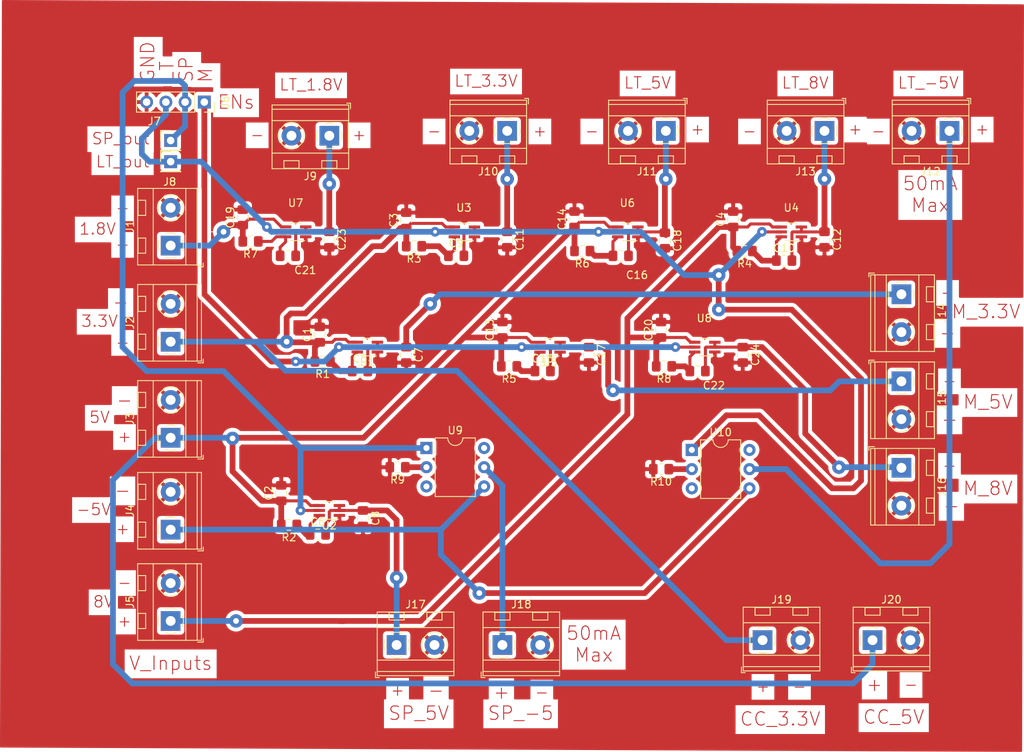
<source format=kicad_pcb>
(kicad_pcb (version 20171130) (host pcbnew "(5.0.2)-1")
  (layers (0 F.Cu signal) (31 B.Cu signal) (34 B.Paste user) (35 F.Paste user) (36 B.SilkS user hide) (37 F.SilkS user) (38 B.Mask user) (39 F.Mask user hide) (44 Edge.Cuts user))
  (net 0 "")
  (net 1 GND)
  (net 2 +3V3)
  (net 3 +5V)
  (net 4 +8V)
  (net 5 /MECH_3.3V)
  (net 6 "Net-(C5-Pad1)")
  (net 7 /SP_+5V)
  (net 8 "Net-(C6-Pad1)")
  (net 9 /LT_3.3V)
  (net 10 "Net-(C9-Pad1)")
  (net 11 "Net-(C10-Pad1)")
  (net 12 /LT_8V)
  (net 13 "Net-(C15-Pad1)")
  (net 14 /MECH_+5V)
  (net 15 /LT_+5V)
  (net 16 "Net-(C16-Pad1)")
  (net 17 +1V8)
  (net 18 "Net-(C21-Pad1)")
  (net 19 /LT_1.8V)
  (net 20 /MECH_8V)
  (net 21 "Net-(C22-Pad1)")
  (net 22 -5V)
  (net 23 /MECH_ENABLE)
  (net 24 /SP_ENABLE)
  (net 25 /LT_ENABLE)
  (net 26 "Net-(U1-Pad6)")
  (net 27 "Net-(U2-Pad6)")
  (net 28 "Net-(U3-Pad6)")
  (net 29 "Net-(U4-Pad6)")
  (net 30 "Net-(U5-Pad6)")
  (net 31 "Net-(U6-Pad6)")
  (net 32 "Net-(U7-Pad6)")
  (net 33 "Net-(U8-Pad6)")
  (net 34 /LT_-5V)
  (net 35 /SP_-5V)
  (net 36 "Net-(R9-Pad1)")
  (net 37 "Net-(R10-Pad1)")
  (net 38 "Net-(U9-Pad6)")
  (net 39 "Net-(U9-Pad3)")
  (net 40 "Net-(U10-Pad3)")
  (net 41 "Net-(U10-Pad6)")
  (module TerminalBlock_MetzConnect:TerminalBlock_MetzConnect_Type094_RT03502HBLU_1x02_P5.00mm_Horizontal (layer F.Cu) (at 191.77 128.27)
    (fp_text reference J20 (at 2.5 -5.36) (layer F.SilkS))
    (fp_text value Output)
    (pad 2 thru_hole circle (at 5 0) (size 2.6 2.6) (drill 1.3) (layers *.Cu *.Mask) (net 1 GND))
    (pad 1 thru_hole rect (at 0 0) (size 2.6 2.6) (drill 1.3) (layers *.Cu *.Mask) (net 3 +5V))
  )
  (module Package_TO_SOT_SMD:SOT-363_SC-70-6_Handsoldering (layer F.Cu) (at 169.605 89.535 180)
    (fp_text reference U8 (at 0.06 3.81 180) (layer F.SilkS))
    (fp_text value NTJD1155L)
    (pad 6 smd rect (at 1.33 -0.65 180) (size 1.5 0.4) (layers F.Cu F.Paste F.Mask) (net 33 "Net-(U8-Pad6)"))
    (pad 5 smd rect (at 1.33 0 180) (size 1.5 0.4) (layers F.Cu F.Paste F.Mask) (net 23 /MECH_ENABLE))
    (pad 4 smd rect (at 1.33 0.65 180) (size 1.5 0.4) (layers F.Cu F.Paste F.Mask) (net 4 +8V))
    (pad 3 smd rect (at -1.33 0.65 180) (size 1.5 0.4) (layers F.Cu F.Paste F.Mask) (net 20 /MECH_8V))
    (pad 2 smd rect (at -1.33 0 180) (size 1.5 0.4) (layers F.Cu F.Paste F.Mask) (net 20 /MECH_8V))
    (pad 1 smd rect (at -1.33 -0.65 180) (size 1.5 0.4) (layers F.Cu F.Paste F.Mask) (net 1 GND))
  )
  (module Capacitor_SMD:C_0805_2012Metric_Pad1.15x1.40mm_HandSolder (layer F.Cu) (at 118.745 87.875 90)
    (fp_text reference C1 (at 0 -1.65 90) (layer F.SilkS))
    (fp_text value 100n)
    (pad 2 smd roundrect (at 1.025 0 90) (size 1.15 1.4) (layers F.Cu F.Paste F.Mask) (roundrect_rratio 0.217391) (net 1 GND))
    (pad 1 smd roundrect (at -1.025 0 90) (size 1.15 1.4) (layers F.Cu F.Paste F.Mask) (roundrect_rratio 0.217391) (net 2 +3V3))
  )
  (module Capacitor_SMD:C_0805_2012Metric_Pad1.15x1.40mm_HandSolder (layer F.Cu) (at 113.665 108.83 90)
    (fp_text reference C2 (at 0 -1.65 90) (layer F.SilkS))
    (fp_text value 100n)
    (pad 2 smd roundrect (at 1.025 0 90) (size 1.15 1.4) (layers F.Cu F.Paste F.Mask) (roundrect_rratio 0.217391) (net 1 GND))
    (pad 1 smd roundrect (at -1.025 0 90) (size 1.15 1.4) (layers F.Cu F.Paste F.Mask) (roundrect_rratio 0.217391) (net 3 +5V))
  )
  (module Capacitor_SMD:C_0805_2012Metric_Pad1.15x1.40mm_HandSolder (layer F.Cu) (at 130.175 72.78 90)
    (fp_text reference C3 (at 0 -1.65 90) (layer F.SilkS))
    (fp_text value 100n)
    (pad 1 smd roundrect (at -1.025 0 90) (size 1.15 1.4) (layers F.Cu F.Paste F.Mask) (roundrect_rratio 0.217391) (net 2 +3V3))
    (pad 2 smd roundrect (at 1.025 0 90) (size 1.15 1.4) (layers F.Cu F.Paste F.Mask) (roundrect_rratio 0.217391) (net 1 GND))
  )
  (module Capacitor_SMD:C_0805_2012Metric_Pad1.15x1.40mm_HandSolder (layer F.Cu) (at 173.355 72.635 90)
    (fp_text reference C4 (at 0 -1.65 90) (layer F.SilkS))
    (fp_text value 100n)
    (pad 1 smd roundrect (at -1.025 0 90) (size 1.15 1.4) (layers F.Cu F.Paste F.Mask) (roundrect_rratio 0.217391) (net 4 +8V))
    (pad 2 smd roundrect (at 1.025 0 90) (size 1.15 1.4) (layers F.Cu F.Paste F.Mask) (roundrect_rratio 0.217391) (net 1 GND))
  )
  (module Capacitor_SMD:C_0805_2012Metric_Pad1.15x1.40mm_HandSolder (layer F.Cu) (at 124.07 92.71)
    (fp_text reference C5 (at 0 -1.65) (layer F.SilkS))
    (fp_text value 1n)
    (pad 2 smd roundrect (at 1.025 0) (size 1.15 1.4) (layers F.Cu F.Paste F.Mask) (roundrect_rratio 0.217391) (net 5 /MECH_3.3V))
    (pad 1 smd roundrect (at -1.025 0) (size 1.15 1.4) (layers F.Cu F.Paste F.Mask) (roundrect_rratio 0.217391) (net 6 "Net-(C5-Pad1)"))
  )
  (module Capacitor_SMD:C_0805_2012Metric_Pad1.15x1.40mm_HandSolder (layer F.Cu) (at 118.5 114.3)
    (fp_text reference C6 (at 0 -1.65) (layer F.SilkS))
    (fp_text value 1n)
    (pad 2 smd roundrect (at 1.025 0) (size 1.15 1.4) (layers F.Cu F.Paste F.Mask) (roundrect_rratio 0.217391) (net 7 /SP_+5V))
    (pad 1 smd roundrect (at -1.025 0) (size 1.15 1.4) (layers F.Cu F.Paste F.Mask) (roundrect_rratio 0.217391) (net 8 "Net-(C6-Pad1)"))
  )
  (module Capacitor_SMD:C_0805_2012Metric_Pad1.15x1.40mm_HandSolder (layer F.Cu) (at 130.175 90.56 270)
    (fp_text reference C7 (at 0 -1.65 270) (layer F.SilkS))
    (fp_text value 100n)
    (pad 1 smd roundrect (at -1.025 0 270) (size 1.15 1.4) (layers F.Cu F.Paste F.Mask) (roundrect_rratio 0.217391) (net 5 /MECH_3.3V))
    (pad 2 smd roundrect (at 1.025 0 270) (size 1.15 1.4) (layers F.Cu F.Paste F.Mask) (roundrect_rratio 0.217391) (net 1 GND))
  )
  (module Capacitor_SMD:C_0805_2012Metric_Pad1.15x1.40mm_HandSolder (layer F.Cu) (at 124.46 112.15 270)
    (fp_text reference C8 (at 0 -1.65 270) (layer F.SilkS))
    (fp_text value 100n)
    (pad 1 smd roundrect (at -1.025 0 270) (size 1.15 1.4) (layers F.Cu F.Paste F.Mask) (roundrect_rratio 0.217391) (net 7 /SP_+5V))
    (pad 2 smd roundrect (at 1.025 0 270) (size 1.15 1.4) (layers F.Cu F.Paste F.Mask) (roundrect_rratio 0.217391) (net 1 GND))
  )
  (module Capacitor_SMD:C_0805_2012Metric_Pad1.15x1.40mm_HandSolder (layer F.Cu) (at 136.77 77.47)
    (fp_text reference C9 (at 0 -1.65) (layer F.SilkS))
    (fp_text value 1n)
    (pad 2 smd roundrect (at 1.025 0) (size 1.15 1.4) (layers F.Cu F.Paste F.Mask) (roundrect_rratio 0.217391) (net 9 /LT_3.3V))
    (pad 1 smd roundrect (at -1.025 0) (size 1.15 1.4) (layers F.Cu F.Paste F.Mask) (roundrect_rratio 0.217391) (net 10 "Net-(C9-Pad1)"))
  )
  (module Capacitor_SMD:C_0805_2012Metric_Pad1.15x1.40mm_HandSolder (layer F.Cu) (at 180.095 78.105)
    (fp_text reference C10 (at 0 -1.65) (layer F.SilkS))
    (fp_text value 1n)
    (pad 1 smd roundrect (at -1.025 0) (size 1.15 1.4) (layers F.Cu F.Paste F.Mask) (roundrect_rratio 0.217391) (net 11 "Net-(C10-Pad1)"))
    (pad 2 smd roundrect (at 1.025 0) (size 1.15 1.4) (layers F.Cu F.Paste F.Mask) (roundrect_rratio 0.217391) (net 12 /LT_8V))
  )
  (module Capacitor_SMD:C_0805_2012Metric_Pad1.15x1.40mm_HandSolder (layer F.Cu) (at 143.51 75.32 270)
    (fp_text reference C11 (at 0 -1.65 270) (layer F.SilkS))
    (fp_text value 100n)
    (pad 1 smd roundrect (at -1.025 0 270) (size 1.15 1.4) (layers F.Cu F.Paste F.Mask) (roundrect_rratio 0.217391) (net 9 /LT_3.3V))
    (pad 2 smd roundrect (at 1.025 0 270) (size 1.15 1.4) (layers F.Cu F.Paste F.Mask) (roundrect_rratio 0.217391) (net 1 GND))
  )
  (module Capacitor_SMD:C_0805_2012Metric_Pad1.15x1.40mm_HandSolder (layer F.Cu) (at 185.42 75.32 270)
    (fp_text reference C12 (at 0 -1.65 270) (layer F.SilkS))
    (fp_text value 100n)
    (pad 2 smd roundrect (at 1.025 0 270) (size 1.15 1.4) (layers F.Cu F.Paste F.Mask) (roundrect_rratio 0.217391) (net 1 GND))
    (pad 1 smd roundrect (at -1.025 0 270) (size 1.15 1.4) (layers F.Cu F.Paste F.Mask) (roundrect_rratio 0.217391) (net 12 /LT_8V))
  )
  (module Capacitor_SMD:C_0805_2012Metric_Pad1.15x1.40mm_HandSolder (layer F.Cu) (at 142.875 87.24 90)
    (fp_text reference C13 (at 0 -1.65 90) (layer F.SilkS))
    (fp_text value 100n)
    (pad 1 smd roundrect (at -1.025 0 90) (size 1.15 1.4) (layers F.Cu F.Paste F.Mask) (roundrect_rratio 0.217391) (net 3 +5V))
    (pad 2 smd roundrect (at 1.025 0 90) (size 1.15 1.4) (layers F.Cu F.Paste F.Mask) (roundrect_rratio 0.217391) (net 1 GND))
  )
  (module Capacitor_SMD:C_0805_2012Metric_Pad1.15x1.40mm_HandSolder (layer F.Cu) (at 152.4 72.635 90)
    (fp_text reference C14 (at 0 -1.65 90) (layer F.SilkS))
    (fp_text value 100n)
    (pad 2 smd roundrect (at 1.025 0 90) (size 1.15 1.4) (layers F.Cu F.Paste F.Mask) (roundrect_rratio 0.217391) (net 1 GND))
    (pad 1 smd roundrect (at -1.025 0 90) (size 1.15 1.4) (layers F.Cu F.Paste F.Mask) (roundrect_rratio 0.217391) (net 3 +5V))
  )
  (module Capacitor_SMD:C_0805_2012Metric_Pad1.15x1.40mm_HandSolder (layer F.Cu) (at 148.2 92.71)
    (fp_text reference C15 (at 0 -1.65) (layer F.SilkS))
    (fp_text value 1n)
    (pad 1 smd roundrect (at -1.025 0) (size 1.15 1.4) (layers F.Cu F.Paste F.Mask) (roundrect_rratio 0.217391) (net 13 "Net-(C15-Pad1)"))
    (pad 2 smd roundrect (at 1.025 0) (size 1.15 1.4) (layers F.Cu F.Paste F.Mask) (roundrect_rratio 0.217391) (net 14 /MECH_+5V))
  )
  (module Capacitor_SMD:C_0805_2012Metric_Pad1.15x1.40mm_HandSolder (layer F.Cu) (at 158.505 77.47)
    (fp_text reference C16 (at 2.15 2.54) (layer F.SilkS))
    (fp_text value 1n)
    (pad 2 smd roundrect (at 1.025 0) (size 1.15 1.4) (layers F.Cu F.Paste F.Mask) (roundrect_rratio 0.217391) (net 15 /LT_+5V))
    (pad 1 smd roundrect (at -1.025 0) (size 1.15 1.4) (layers F.Cu F.Paste F.Mask) (roundrect_rratio 0.217391) (net 16 "Net-(C16-Pad1)"))
  )
  (module Capacitor_SMD:C_0805_2012Metric_Pad1.15x1.40mm_HandSolder (layer F.Cu) (at 154.305 90.56 270)
    (fp_text reference C17 (at 0 -1.65 270) (layer F.SilkS))
    (fp_text value 100n)
    (pad 1 smd roundrect (at -1.025 0 270) (size 1.15 1.4) (layers F.Cu F.Paste F.Mask) (roundrect_rratio 0.217391) (net 14 /MECH_+5V))
    (pad 2 smd roundrect (at 1.025 0 270) (size 1.15 1.4) (layers F.Cu F.Paste F.Mask) (roundrect_rratio 0.217391) (net 1 GND))
  )
  (module Capacitor_SMD:C_0805_2012Metric_Pad1.15x1.40mm_HandSolder (layer F.Cu) (at 164.338 75.447 270)
    (fp_text reference C18 (at 0 -1.65 270) (layer F.SilkS))
    (fp_text value 100n)
    (pad 1 smd roundrect (at -1.025 0 270) (size 1.15 1.4) (layers F.Cu F.Paste F.Mask) (roundrect_rratio 0.217391) (net 15 /LT_+5V))
    (pad 2 smd roundrect (at 1.025 0 270) (size 1.15 1.4) (layers F.Cu F.Paste F.Mask) (roundrect_rratio 0.217391) (net 1 GND))
  )
  (module Capacitor_SMD:C_0805_2012Metric_Pad1.15x1.40mm_HandSolder (layer F.Cu) (at 108.585 72.39 90)
    (fp_text reference C19 (at 0 -1.65 90) (layer F.SilkS))
    (fp_text value 100n)
    (pad 1 smd roundrect (at -1.025 0 90) (size 1.15 1.4) (layers F.Cu F.Paste F.Mask) (roundrect_rratio 0.217391) (net 17 +1V8))
    (pad 2 smd roundrect (at 1.025 0 90) (size 1.15 1.4) (layers F.Cu F.Paste F.Mask) (roundrect_rratio 0.217391) (net 1 GND))
  )
  (module Capacitor_SMD:C_0805_2012Metric_Pad1.15x1.40mm_HandSolder (layer F.Cu) (at 163.83 87.24 90)
    (fp_text reference C20 (at 0 -1.65 90) (layer F.SilkS))
    (fp_text value 100n)
    (pad 2 smd roundrect (at 1.025 0 90) (size 1.15 1.4) (layers F.Cu F.Paste F.Mask) (roundrect_rratio 0.217391) (net 1 GND))
    (pad 1 smd roundrect (at -1.025 0 90) (size 1.15 1.4) (layers F.Cu F.Paste F.Mask) (roundrect_rratio 0.217391) (net 4 +8V))
  )
  (module Capacitor_SMD:C_0805_2012Metric_Pad1.15x1.40mm_HandSolder (layer F.Cu) (at 114.545 77.47)
    (fp_text reference C21 (at 2.295 1.905) (layer F.SilkS))
    (fp_text value 1n)
    (pad 1 smd roundrect (at -1.025 0) (size 1.15 1.4) (layers F.Cu F.Paste F.Mask) (roundrect_rratio 0.217391) (net 18 "Net-(C21-Pad1)"))
    (pad 2 smd roundrect (at 1.025 0) (size 1.15 1.4) (layers F.Cu F.Paste F.Mask) (roundrect_rratio 0.217391) (net 19 /LT_1.8V))
  )
  (module Capacitor_SMD:C_0805_2012Metric_Pad1.15x1.40mm_HandSolder (layer F.Cu) (at 168.665 92.71)
    (fp_text reference C22 (at 2.15 1.905) (layer F.SilkS))
    (fp_text value 1n)
    (pad 2 smd roundrect (at 1.025 0) (size 1.15 1.4) (layers F.Cu F.Paste F.Mask) (roundrect_rratio 0.217391) (net 20 /MECH_8V))
    (pad 1 smd roundrect (at -1.025 0) (size 1.15 1.4) (layers F.Cu F.Paste F.Mask) (roundrect_rratio 0.217391) (net 21 "Net-(C22-Pad1)"))
  )
  (module Capacitor_SMD:C_0805_2012Metric_Pad1.15x1.40mm_HandSolder (layer F.Cu) (at 120.015 75.32 270)
    (fp_text reference C23 (at 0 -1.65 270) (layer F.SilkS))
    (fp_text value 100n)
    (pad 2 smd roundrect (at 1.025 0 270) (size 1.15 1.4) (layers F.Cu F.Paste F.Mask) (roundrect_rratio 0.217391) (net 1 GND))
    (pad 1 smd roundrect (at -1.025 0 270) (size 1.15 1.4) (layers F.Cu F.Paste F.Mask) (roundrect_rratio 0.217391) (net 19 /LT_1.8V))
  )
  (module Capacitor_SMD:C_0805_2012Metric_Pad1.15x1.40mm_HandSolder (layer F.Cu) (at 174.625 90.56 270)
    (fp_text reference C24 (at 0 -1.65 270) (layer F.SilkS))
    (fp_text value 100n)
    (pad 2 smd roundrect (at 1.025 0 270) (size 1.15 1.4) (layers F.Cu F.Paste F.Mask) (roundrect_rratio 0.217391) (net 1 GND))
    (pad 1 smd roundrect (at -1.025 0 270) (size 1.15 1.4) (layers F.Cu F.Paste F.Mask) (roundrect_rratio 0.217391) (net 20 /MECH_8V))
  )
  (module TerminalBlock_MetzConnect:TerminalBlock_MetzConnect_Type094_RT03502HBLU_1x02_P5.00mm_Horizontal (layer F.Cu) (at 99.06 76.12 90)
    (fp_text reference J1 (at 2.5 -5.36 90) (layer F.SilkS))
    (fp_text value Input)
    (pad 1 thru_hole rect (at 0 0 90) (size 2.6 2.6) (drill 1.3) (layers *.Cu *.Mask) (net 17 +1V8))
    (pad 2 thru_hole circle (at 5 0 90) (size 2.6 2.6) (drill 1.3) (layers *.Cu *.Mask) (net 1 GND))
  )
  (module TerminalBlock_MetzConnect:TerminalBlock_MetzConnect_Type094_RT03502HBLU_1x02_P5.00mm_Horizontal (layer F.Cu) (at 99.06 88.82 90)
    (fp_text reference J2 (at 2.5 -5.36 90) (layer F.SilkS))
    (fp_text value Input)
    (pad 1 thru_hole rect (at 0 0 90) (size 2.6 2.6) (drill 1.3) (layers *.Cu *.Mask) (net 2 +3V3))
    (pad 2 thru_hole circle (at 5 0 90) (size 2.6 2.6) (drill 1.3) (layers *.Cu *.Mask) (net 1 GND))
  )
  (module TerminalBlock_MetzConnect:TerminalBlock_MetzConnect_Type094_RT03502HBLU_1x02_P5.00mm_Horizontal (layer F.Cu) (at 99.06 101.52 90)
    (fp_text reference J3 (at 2.5 -5.36 90) (layer F.SilkS))
    (fp_text value Input)
    (pad 2 thru_hole circle (at 5 0 90) (size 2.6 2.6) (drill 1.3) (layers *.Cu *.Mask) (net 1 GND))
    (pad 1 thru_hole rect (at 0 0 90) (size 2.6 2.6) (drill 1.3) (layers *.Cu *.Mask) (net 3 +5V))
  )
  (module TerminalBlock_MetzConnect:TerminalBlock_MetzConnect_Type094_RT03502HBLU_1x02_P5.00mm_Horizontal (layer F.Cu) (at 99.06 113.665 90)
    (fp_text reference J4 (at 2.5 -5.36 90) (layer F.SilkS))
    (fp_text value Input)
    (pad 1 thru_hole rect (at 0 0 90) (size 2.6 2.6) (drill 1.3) (layers *.Cu *.Mask) (net 22 -5V))
    (pad 2 thru_hole circle (at 5 0 90) (size 2.6 2.6) (drill 1.3) (layers *.Cu *.Mask) (net 1 GND))
  )
  (module TerminalBlock_MetzConnect:TerminalBlock_MetzConnect_Type094_RT03502HBLU_1x02_P5.00mm_Horizontal (layer F.Cu) (at 99.06 125.73 90)
    (fp_text reference J5 (at 2.5 -5.36 90) (layer F.SilkS))
    (fp_text value Input)
    (pad 2 thru_hole circle (at 5 0 90) (size 2.6 2.6) (drill 1.3) (layers *.Cu *.Mask) (net 1 GND))
    (pad 1 thru_hole rect (at 0 0 90) (size 2.6 2.6) (drill 1.3) (layers *.Cu *.Mask) (net 4 +8V))
  )
  (module Connector_PinHeader_2.54mm:PinHeader_1x01_P2.54mm_Vertical (layer F.Cu) (at 99.06 62.23)
    (fp_text reference J7 (at -2.159 -2.54) (layer F.SilkS))
    (fp_text value "32V Enable")
    (pad 1 thru_hole rect (at 0 0) (size 1.7 1.7) (drill 1) (layers *.Cu *.Mask) (net 24 /SP_ENABLE))
  )
  (module Connector_PinHeader_2.54mm:PinHeader_1x01_P2.54mm_Vertical (layer F.Cu) (at 99.06 65.024)
    (fp_text reference J8 (at -0.127 2.667) (layer F.SilkS))
    (fp_text value "15V Enable")
    (pad 1 thru_hole rect (at 0 0) (size 1.7 1.7) (drill 1) (layers *.Cu *.Mask) (net 25 /LT_ENABLE))
  )
  (module TerminalBlock_MetzConnect:TerminalBlock_MetzConnect_Type094_RT03502HBLU_1x02_P5.00mm_Horizontal (layer F.Cu) (at 120.015 61.595 180)
    (fp_text reference J9 (at 2.5 -5.36 180) (layer F.SilkS))
    (fp_text value OUTPUT)
    (pad 2 thru_hole circle (at 5 0 180) (size 2.6 2.6) (drill 1.3) (layers *.Cu *.Mask) (net 1 GND))
    (pad 1 thru_hole rect (at 0 0 180) (size 2.6 2.6) (drill 1.3) (layers *.Cu *.Mask) (net 19 /LT_1.8V))
  )
  (module TerminalBlock_MetzConnect:TerminalBlock_MetzConnect_Type094_RT03502HBLU_1x02_P5.00mm_Horizontal (layer F.Cu) (at 143.51 60.96 180)
    (fp_text reference J10 (at 2.5 -5.36 180) (layer F.SilkS))
    (fp_text value OUTPUT)
    (pad 1 thru_hole rect (at 0 0 180) (size 2.6 2.6) (drill 1.3) (layers *.Cu *.Mask) (net 9 /LT_3.3V))
    (pad 2 thru_hole circle (at 5 0 180) (size 2.6 2.6) (drill 1.3) (layers *.Cu *.Mask) (net 1 GND))
  )
  (module TerminalBlock_MetzConnect:TerminalBlock_MetzConnect_Type094_RT03502HBLU_1x02_P5.00mm_Horizontal (layer F.Cu) (at 164.465 60.96 180)
    (fp_text reference J11 (at 2.5 -5.36 180) (layer F.SilkS))
    (fp_text value OUTPUT)
    (pad 1 thru_hole rect (at 0 0 180) (size 2.6 2.6) (drill 1.3) (layers *.Cu *.Mask) (net 15 /LT_+5V))
    (pad 2 thru_hole circle (at 5 0 180) (size 2.6 2.6) (drill 1.3) (layers *.Cu *.Mask) (net 1 GND))
  )
  (module TerminalBlock_MetzConnect:TerminalBlock_MetzConnect_Type094_RT03502HBLU_1x02_P5.00mm_Horizontal (layer F.Cu) (at 201.93 60.96 180)
    (fp_text reference J12 (at 2.5 -5.36 180) (layer F.SilkS))
    (fp_text value OUTPUT)
    (pad 2 thru_hole circle (at 5 0 180) (size 2.6 2.6) (drill 1.3) (layers *.Cu *.Mask) (net 1 GND))
    (pad 1 thru_hole rect (at 0 0 180) (size 2.6 2.6) (drill 1.3) (layers *.Cu *.Mask) (net 34 /LT_-5V))
  )
  (module TerminalBlock_MetzConnect:TerminalBlock_MetzConnect_Type094_RT03502HBLU_1x02_P5.00mm_Horizontal (layer F.Cu) (at 185.42 60.96 180)
    (fp_text reference J13 (at 2.5 -5.36 180) (layer F.SilkS))
    (fp_text value OUTPUT)
    (pad 1 thru_hole rect (at 0 0 180) (size 2.6 2.6) (drill 1.3) (layers *.Cu *.Mask) (net 12 /LT_8V))
    (pad 2 thru_hole circle (at 5 0 180) (size 2.6 2.6) (drill 1.3) (layers *.Cu *.Mask) (net 1 GND))
  )
  (module TerminalBlock_MetzConnect:TerminalBlock_MetzConnect_Type094_RT03502HBLU_1x02_P5.00mm_Horizontal (layer F.Cu) (at 195.58 82.55 270)
    (fp_text reference J14 (at 2.5 -5.36 270) (layer F.SilkS))
    (fp_text value OUTPUT)
    (pad 1 thru_hole rect (at 0 0 270) (size 2.6 2.6) (drill 1.3) (layers *.Cu *.Mask) (net 5 /MECH_3.3V))
    (pad 2 thru_hole circle (at 5 0 270) (size 2.6 2.6) (drill 1.3) (layers *.Cu *.Mask) (net 1 GND))
  )
  (module TerminalBlock_MetzConnect:TerminalBlock_MetzConnect_Type094_RT03502HBLU_1x02_P5.00mm_Horizontal (layer F.Cu) (at 195.58 94.06 270)
    (fp_text reference J15 (at 2.5 -5.36 270) (layer F.SilkS))
    (fp_text value OUTPUT)
    (pad 1 thru_hole rect (at 0 0 270) (size 2.6 2.6) (drill 1.3) (layers *.Cu *.Mask) (net 14 /MECH_+5V))
    (pad 2 thru_hole circle (at 5 0 270) (size 2.6 2.6) (drill 1.3) (layers *.Cu *.Mask) (net 1 GND))
  )
  (module TerminalBlock_MetzConnect:TerminalBlock_MetzConnect_Type094_RT03502HBLU_1x02_P5.00mm_Horizontal (layer F.Cu) (at 195.58 105.49 270)
    (fp_text reference J16 (at 2.5 -5.36 270) (layer F.SilkS))
    (fp_text value OUTPUT)
    (pad 2 thru_hole circle (at 5 0 270) (size 2.6 2.6) (drill 1.3) (layers *.Cu *.Mask) (net 1 GND))
    (pad 1 thru_hole rect (at 0 0 270) (size 2.6 2.6) (drill 1.3) (layers *.Cu *.Mask) (net 20 /MECH_8V))
  )
  (module TerminalBlock_MetzConnect:TerminalBlock_MetzConnect_Type094_RT03502HBLU_1x02_P5.00mm_Horizontal (layer F.Cu) (at 128.905 128.905)
    (fp_text reference J17 (at 2.5 -5.36) (layer F.SilkS))
    (fp_text value OUTPUT)
    (pad 1 thru_hole rect (at 0 0) (size 2.6 2.6) (drill 1.3) (layers *.Cu *.Mask) (net 7 /SP_+5V))
    (pad 2 thru_hole circle (at 5 0) (size 2.6 2.6) (drill 1.3) (layers *.Cu *.Mask) (net 1 GND))
  )
  (module TerminalBlock_MetzConnect:TerminalBlock_MetzConnect_Type094_RT03502HBLU_1x02_P5.00mm_Horizontal (layer F.Cu) (at 142.875 128.905)
    (fp_text reference J18 (at 2.5 -5.36) (layer F.SilkS))
    (fp_text value OUTPUT)
    (pad 2 thru_hole circle (at 5 0) (size 2.6 2.6) (drill 1.3) (layers *.Cu *.Mask) (net 1 GND))
    (pad 1 thru_hole rect (at 0 0) (size 2.6 2.6) (drill 1.3) (layers *.Cu *.Mask) (net 35 /SP_-5V))
  )
  (module TerminalBlock_MetzConnect:TerminalBlock_MetzConnect_Type094_RT03502HBLU_1x02_P5.00mm_Horizontal (layer F.Cu) (at 177.245 128.27)
    (fp_text reference J19 (at 2.5 -5.36) (layer F.SilkS))
    (fp_text value Output)
    (pad 2 thru_hole circle (at 5 0) (size 2.6 2.6) (drill 1.3) (layers *.Cu *.Mask) (net 1 GND))
    (pad 1 thru_hole rect (at 0 0) (size 2.6 2.6) (drill 1.3) (layers *.Cu *.Mask) (net 2 +3V3))
  )
  (module Resistor_SMD:R_0805_2012Metric_Pad1.15x1.40mm_HandSolder (layer F.Cu) (at 119.135 91.44 180)
    (fp_text reference R1 (at 0 -1.65 180) (layer F.SilkS))
    (fp_text value 10k)
    (pad 2 smd roundrect (at 1.025 0 180) (size 1.15 1.4) (layers F.Cu F.Paste F.Mask) (roundrect_rratio 0.217391) (net 2 +3V3))
    (pad 1 smd roundrect (at -1.025 0 180) (size 1.15 1.4) (layers F.Cu F.Paste F.Mask) (roundrect_rratio 0.217391) (net 6 "Net-(C5-Pad1)"))
  )
  (module Resistor_SMD:R_0805_2012Metric_Pad1.15x1.40mm_HandSolder (layer F.Cu) (at 114.69 113.03 180)
    (fp_text reference R2 (at 0 -1.65 180) (layer F.SilkS))
    (fp_text value 10k)
    (pad 2 smd roundrect (at 1.025 0 180) (size 1.15 1.4) (layers F.Cu F.Paste F.Mask) (roundrect_rratio 0.217391) (net 3 +5V))
    (pad 1 smd roundrect (at -1.025 0 180) (size 1.15 1.4) (layers F.Cu F.Paste F.Mask) (roundrect_rratio 0.217391) (net 8 "Net-(C6-Pad1)"))
  )
  (module Resistor_SMD:R_0805_2012Metric_Pad1.15x1.40mm_HandSolder (layer F.Cu) (at 131.2 76.2 180)
    (fp_text reference R3 (at 0 -1.65 180) (layer F.SilkS))
    (fp_text value 10k)
    (pad 1 smd roundrect (at -1.025 0 180) (size 1.15 1.4) (layers F.Cu F.Paste F.Mask) (roundrect_rratio 0.217391) (net 10 "Net-(C9-Pad1)"))
    (pad 2 smd roundrect (at 1.025 0 180) (size 1.15 1.4) (layers F.Cu F.Paste F.Mask) (roundrect_rratio 0.217391) (net 2 +3V3))
  )
  (module Resistor_SMD:R_0805_2012Metric_Pad1.15x1.40mm_HandSolder (layer F.Cu) (at 174.87 76.835 180)
    (fp_text reference R4 (at 0 -1.65 180) (layer F.SilkS))
    (fp_text value 10k)
    (pad 1 smd roundrect (at -1.025 0 180) (size 1.15 1.4) (layers F.Cu F.Paste F.Mask) (roundrect_rratio 0.217391) (net 11 "Net-(C10-Pad1)"))
    (pad 2 smd roundrect (at 1.025 0 180) (size 1.15 1.4) (layers F.Cu F.Paste F.Mask) (roundrect_rratio 0.217391) (net 4 +8V))
  )
  (module Resistor_SMD:R_0805_2012Metric_Pad1.15x1.40mm_HandSolder (layer F.Cu) (at 143.755 92.075 180)
    (fp_text reference R5 (at 0 -1.65 180) (layer F.SilkS))
    (fp_text value 10k)
    (pad 2 smd roundrect (at 1.025 0 180) (size 1.15 1.4) (layers F.Cu F.Paste F.Mask) (roundrect_rratio 0.217391) (net 3 +5V))
    (pad 1 smd roundrect (at -1.025 0 180) (size 1.15 1.4) (layers F.Cu F.Paste F.Mask) (roundrect_rratio 0.217391) (net 13 "Net-(C15-Pad1)"))
  )
  (module Resistor_SMD:R_0805_2012Metric_Pad1.15x1.40mm_HandSolder (layer F.Cu) (at 153.425 76.835 180)
    (fp_text reference R6 (at 0 -1.65 180) (layer F.SilkS))
    (fp_text value 10k)
    (pad 1 smd roundrect (at -1.025 0 180) (size 1.15 1.4) (layers F.Cu F.Paste F.Mask) (roundrect_rratio 0.217391) (net 16 "Net-(C16-Pad1)"))
    (pad 2 smd roundrect (at 1.025 0 180) (size 1.15 1.4) (layers F.Cu F.Paste F.Mask) (roundrect_rratio 0.217391) (net 3 +5V))
  )
  (module Resistor_SMD:R_0805_2012Metric_Pad1.15x1.40mm_HandSolder (layer F.Cu) (at 109.61 75.565 180)
    (fp_text reference R7 (at 0 -1.65 180) (layer F.SilkS))
    (fp_text value 10k)
    (pad 1 smd roundrect (at -1.025 0 180) (size 1.15 1.4) (layers F.Cu F.Paste F.Mask) (roundrect_rratio 0.217391) (net 18 "Net-(C21-Pad1)"))
    (pad 2 smd roundrect (at 1.025 0 180) (size 1.15 1.4) (layers F.Cu F.Paste F.Mask) (roundrect_rratio 0.217391) (net 17 +1V8))
  )
  (module Resistor_SMD:R_0805_2012Metric_Pad1.15x1.40mm_HandSolder (layer F.Cu) (at 164.22 92.075 180)
    (fp_text reference R8 (at 0 -1.65 180) (layer F.SilkS))
    (fp_text value 10k)
    (pad 1 smd roundrect (at -1.025 0 180) (size 1.15 1.4) (layers F.Cu F.Paste F.Mask) (roundrect_rratio 0.217391) (net 21 "Net-(C22-Pad1)"))
    (pad 2 smd roundrect (at 1.025 0 180) (size 1.15 1.4) (layers F.Cu F.Paste F.Mask) (roundrect_rratio 0.217391) (net 4 +8V))
  )
  (module Package_TO_SOT_SMD:SOT-363_SC-70-6_Handsoldering (layer F.Cu) (at 125.035 89.535 180)
    (fp_text reference U1 (at 0 -2 180) (layer F.SilkS))
    (fp_text value NTJD1155L)
    (pad 6 smd rect (at 1.33 -0.65 180) (size 1.5 0.4) (layers F.Cu F.Paste F.Mask) (net 26 "Net-(U1-Pad6)"))
    (pad 5 smd rect (at 1.33 0 180) (size 1.5 0.4) (layers F.Cu F.Paste F.Mask) (net 23 /MECH_ENABLE))
    (pad 4 smd rect (at 1.33 0.65 180) (size 1.5 0.4) (layers F.Cu F.Paste F.Mask) (net 2 +3V3))
    (pad 3 smd rect (at -1.33 0.65 180) (size 1.5 0.4) (layers F.Cu F.Paste F.Mask) (net 5 /MECH_3.3V))
    (pad 2 smd rect (at -1.33 0 180) (size 1.5 0.4) (layers F.Cu F.Paste F.Mask) (net 5 /MECH_3.3V))
    (pad 1 smd rect (at -1.33 -0.65 180) (size 1.5 0.4) (layers F.Cu F.Paste F.Mask) (net 1 GND))
  )
  (module Package_TO_SOT_SMD:SOT-363_SC-70-6_Handsoldering (layer F.Cu) (at 120.015 111.125 180)
    (fp_text reference U2 (at 0 -2 180) (layer F.SilkS))
    (fp_text value NTJD1155L)
    (pad 6 smd rect (at 1.33 -0.65 180) (size 1.5 0.4) (layers F.Cu F.Paste F.Mask) (net 27 "Net-(U2-Pad6)"))
    (pad 5 smd rect (at 1.33 0 180) (size 1.5 0.4) (layers F.Cu F.Paste F.Mask) (net 24 /SP_ENABLE))
    (pad 4 smd rect (at 1.33 0.65 180) (size 1.5 0.4) (layers F.Cu F.Paste F.Mask) (net 3 +5V))
    (pad 3 smd rect (at -1.33 0.65 180) (size 1.5 0.4) (layers F.Cu F.Paste F.Mask) (net 7 /SP_+5V))
    (pad 2 smd rect (at -1.33 0 180) (size 1.5 0.4) (layers F.Cu F.Paste F.Mask) (net 7 /SP_+5V))
    (pad 1 smd rect (at -1.33 -0.65 180) (size 1.5 0.4) (layers F.Cu F.Paste F.Mask) (net 1 GND))
  )
  (module Package_TO_SOT_SMD:SOT-363_SC-70-6_Handsoldering (layer F.Cu) (at 137.855 74.31 180)
    (fp_text reference U3 (at 0.06 3.19 180) (layer F.SilkS))
    (fp_text value NTJD1155L)
    (pad 6 smd rect (at 1.33 -0.65 180) (size 1.5 0.4) (layers F.Cu F.Paste F.Mask) (net 28 "Net-(U3-Pad6)"))
    (pad 5 smd rect (at 1.33 0 180) (size 1.5 0.4) (layers F.Cu F.Paste F.Mask) (net 25 /LT_ENABLE))
    (pad 4 smd rect (at 1.33 0.65 180) (size 1.5 0.4) (layers F.Cu F.Paste F.Mask) (net 2 +3V3))
    (pad 3 smd rect (at -1.33 0.65 180) (size 1.5 0.4) (layers F.Cu F.Paste F.Mask) (net 9 /LT_3.3V))
    (pad 2 smd rect (at -1.33 0 180) (size 1.5 0.4) (layers F.Cu F.Paste F.Mask) (net 9 /LT_3.3V))
    (pad 1 smd rect (at -1.33 -0.65 180) (size 1.5 0.4) (layers F.Cu F.Paste F.Mask) (net 1 GND))
  )
  (module Package_TO_SOT_SMD:SOT-363_SC-70-6_Handsoldering (layer F.Cu) (at 181.035 74.31 180)
    (fp_text reference U4 (at 0 3.19 180) (layer F.SilkS))
    (fp_text value NTJD1155L)
    (pad 1 smd rect (at -1.33 -0.65 180) (size 1.5 0.4) (layers F.Cu F.Paste F.Mask) (net 1 GND))
    (pad 2 smd rect (at -1.33 0 180) (size 1.5 0.4) (layers F.Cu F.Paste F.Mask) (net 12 /LT_8V))
    (pad 3 smd rect (at -1.33 0.65 180) (size 1.5 0.4) (layers F.Cu F.Paste F.Mask) (net 12 /LT_8V))
    (pad 4 smd rect (at 1.33 0.65 180) (size 1.5 0.4) (layers F.Cu F.Paste F.Mask) (net 4 +8V))
    (pad 5 smd rect (at 1.33 0 180) (size 1.5 0.4) (layers F.Cu F.Paste F.Mask) (net 25 /LT_ENABLE))
    (pad 6 smd rect (at 1.33 -0.65 180) (size 1.5 0.4) (layers F.Cu F.Paste F.Mask) (net 29 "Net-(U4-Pad6)"))
  )
  (module Package_TO_SOT_SMD:SOT-363_SC-70-6_Handsoldering (layer F.Cu) (at 149.165 89.55 180)
    (fp_text reference U5 (at 0 -2 180) (layer F.SilkS))
    (fp_text value NTJD1155L)
    (pad 1 smd rect (at -1.33 -0.65 180) (size 1.5 0.4) (layers F.Cu F.Paste F.Mask) (net 1 GND))
    (pad 2 smd rect (at -1.33 0 180) (size 1.5 0.4) (layers F.Cu F.Paste F.Mask) (net 14 /MECH_+5V))
    (pad 3 smd rect (at -1.33 0.65 180) (size 1.5 0.4) (layers F.Cu F.Paste F.Mask) (net 14 /MECH_+5V))
    (pad 4 smd rect (at 1.33 0.65 180) (size 1.5 0.4) (layers F.Cu F.Paste F.Mask) (net 3 +5V))
    (pad 5 smd rect (at 1.33 0 180) (size 1.5 0.4) (layers F.Cu F.Paste F.Mask) (net 23 /MECH_ENABLE))
    (pad 6 smd rect (at 1.33 -0.65 180) (size 1.5 0.4) (layers F.Cu F.Paste F.Mask) (net 30 "Net-(U5-Pad6)"))
  )
  (module Package_TO_SOT_SMD:SOT-363_SC-70-6_Handsoldering (layer F.Cu) (at 159.445 74.31 180)
    (fp_text reference U6 (at 0.06 3.825 180) (layer F.SilkS))
    (fp_text value NTJD1155L)
    (pad 1 smd rect (at -1.33 -0.65 180) (size 1.5 0.4) (layers F.Cu F.Paste F.Mask) (net 1 GND))
    (pad 2 smd rect (at -1.33 0 180) (size 1.5 0.4) (layers F.Cu F.Paste F.Mask) (net 15 /LT_+5V))
    (pad 3 smd rect (at -1.33 0.65 180) (size 1.5 0.4) (layers F.Cu F.Paste F.Mask) (net 15 /LT_+5V))
    (pad 4 smd rect (at 1.33 0.65 180) (size 1.5 0.4) (layers F.Cu F.Paste F.Mask) (net 3 +5V))
    (pad 5 smd rect (at 1.33 0 180) (size 1.5 0.4) (layers F.Cu F.Paste F.Mask) (net 25 /LT_ENABLE))
    (pad 6 smd rect (at 1.33 -0.65 180) (size 1.5 0.4) (layers F.Cu F.Paste F.Mask) (net 31 "Net-(U6-Pad6)"))
  )
  (module Package_TO_SOT_SMD:SOT-363_SC-70-6_Handsoldering (layer F.Cu) (at 115.57 74.295 180)
    (fp_text reference U7 (at 0 3.81 180) (layer F.SilkS))
    (fp_text value NTJD1155L)
    (pad 1 smd rect (at -1.33 -0.65 180) (size 1.5 0.4) (layers F.Cu F.Paste F.Mask) (net 1 GND))
    (pad 2 smd rect (at -1.33 0 180) (size 1.5 0.4) (layers F.Cu F.Paste F.Mask) (net 19 /LT_1.8V))
    (pad 3 smd rect (at -1.33 0.65 180) (size 1.5 0.4) (layers F.Cu F.Paste F.Mask) (net 19 /LT_1.8V))
    (pad 4 smd rect (at 1.33 0.65 180) (size 1.5 0.4) (layers F.Cu F.Paste F.Mask) (net 17 +1V8))
    (pad 5 smd rect (at 1.33 0 180) (size 1.5 0.4) (layers F.Cu F.Paste F.Mask) (net 25 /LT_ENABLE))
    (pad 6 smd rect (at 1.33 -0.65 180) (size 1.5 0.4) (layers F.Cu F.Paste F.Mask) (net 32 "Net-(U7-Pad6)"))
  )
  (module Connector_PinSocket_2.54mm:PinSocket_1x04_P2.54mm_Vertical (layer F.Cu) (at 103.505 57.15 270)
    (fp_text reference J6 (at 0 -2.77 270) (layer F.SilkS))
    (fp_text value Enable)
    (pad 1 thru_hole rect (at 0 0 270) (size 1.7 1.7) (drill 1) (layers *.Cu *.Mask) (net 23 /MECH_ENABLE))
    (pad 2 thru_hole oval (at 0 2.54 270) (size 1.7 1.7) (drill 1) (layers *.Cu *.Mask) (net 24 /SP_ENABLE))
    (pad 3 thru_hole oval (at 0 5.08 270) (size 1.7 1.7) (drill 1) (layers *.Cu *.Mask) (net 25 /LT_ENABLE))
    (pad 4 thru_hole oval (at 0 7.62 270) (size 1.7 1.7) (drill 1) (layers *.Cu *.Mask) (net 1 GND))
  )
  (module Resistor_SMD:R_0805_2012Metric_Pad1.15x1.40mm_HandSolder (layer F.Cu) (at 129.032 105.41 180)
    (fp_text reference R9 (at 0 -1.65 180) (layer F.SilkS))
    (fp_text value 300)
    (pad 1 smd roundrect (at -1.025 0 180) (size 1.15 1.4) (layers F.Cu F.Paste F.Mask) (roundrect_rratio 0.217391) (net 36 "Net-(R9-Pad1)"))
    (pad 2 smd roundrect (at 1.025 0 180) (size 1.15 1.4) (layers F.Cu F.Paste F.Mask) (roundrect_rratio 0.217391) (net 1 GND))
  )
  (module Resistor_SMD:R_0805_2012Metric_Pad1.15x1.40mm_HandSolder (layer F.Cu) (at 163.83 105.664 180)
    (fp_text reference R10 (at 0 -1.65 180) (layer F.SilkS))
    (fp_text value 300)
    (pad 2 smd roundrect (at 1.025 0 180) (size 1.15 1.4) (layers F.Cu F.Paste F.Mask) (roundrect_rratio 0.217391) (net 1 GND))
    (pad 1 smd roundrect (at -1.025 0 180) (size 1.15 1.4) (layers F.Cu F.Paste F.Mask) (roundrect_rratio 0.217391) (net 37 "Net-(R10-Pad1)"))
  )
  (module Package_DIP:DIP-6_W7.62mm (layer F.Cu) (at 132.842 102.87)
    (fp_text reference U9 (at 3.81 -2.33) (layer F.SilkS))
    (fp_text value 4N25)
    (pad 6 thru_hole oval (at 7.62 0) (size 1.6 1.6) (drill 0.8) (layers *.Cu *.Mask) (net 38 "Net-(U9-Pad6)"))
    (pad 3 thru_hole oval (at 0 5.08) (size 1.6 1.6) (drill 0.8) (layers *.Cu *.Mask) (net 39 "Net-(U9-Pad3)"))
    (pad 5 thru_hole oval (at 7.62 2.54) (size 1.6 1.6) (drill 0.8) (layers *.Cu *.Mask) (net 35 /SP_-5V))
    (pad 2 thru_hole oval (at 0 2.54) (size 1.6 1.6) (drill 0.8) (layers *.Cu *.Mask) (net 36 "Net-(R9-Pad1)"))
    (pad 4 thru_hole oval (at 7.62 5.08) (size 1.6 1.6) (drill 0.8) (layers *.Cu *.Mask) (net 22 -5V))
    (pad 1 thru_hole rect (at 0 0) (size 1.6 1.6) (drill 0.8) (layers *.Cu *.Mask) (net 24 /SP_ENABLE))
  )
  (module Package_DIP:DIP-6_W7.62mm (layer F.Cu) (at 167.894 103.124)
    (fp_text reference U10 (at 3.81 -2.33) (layer F.SilkS))
    (fp_text value 4N25)
    (pad 1 thru_hole rect (at 0 0) (size 1.6 1.6) (drill 0.8) (layers *.Cu *.Mask) (net 25 /LT_ENABLE))
    (pad 4 thru_hole oval (at 7.62 5.08) (size 1.6 1.6) (drill 0.8) (layers *.Cu *.Mask) (net 22 -5V))
    (pad 2 thru_hole oval (at 0 2.54) (size 1.6 1.6) (drill 0.8) (layers *.Cu *.Mask) (net 37 "Net-(R10-Pad1)"))
    (pad 5 thru_hole oval (at 7.62 2.54) (size 1.6 1.6) (drill 0.8) (layers *.Cu *.Mask) (net 34 /LT_-5V))
    (pad 3 thru_hole oval (at 0 5.08) (size 1.6 1.6) (drill 0.8) (layers *.Cu *.Mask) (net 40 "Net-(U10-Pad3)"))
    (pad 6 thru_hole oval (at 7.62 0) (size 1.6 1.6) (drill 0.8) (layers *.Cu *.Mask) (net 41 "Net-(U10-Pad6)"))
  )
  (gr_text ENs (at 107.696 57.15) (layer F.Cu) (effects (font (size 1.778 1.778) (thickness 0.127))))
  (gr_text + (at 201.93 105.156) (layer F.Cu) (effects (font (size 1.5 1.5) (thickness 0.127))))
  (gr_text + (at 201.93 93.98) (layer F.Cu) (effects (font (size 1.5 1.5) (thickness 0.127))))
  (gr_text + (at 201.676 82.296) (layer F.Cu) (effects (font (size 1.5 1.5) (thickness 0.127))))
  (gr_text - (at 201.676 87.63) (layer F.Cu) (effects (font (size 1.778 1.778) (thickness 0.127))))
  (gr_text - (at 202.184 110.49) (layer F.Cu) (effects (font (size 1.778 1.778) (thickness 0.127))))
  (gr_text - (at 201.93 99.06) (layer F.Cu) (effects (font (size 1.778 1.778) (thickness 0.127))))
  (gr_text M_3.3V (at 206.756 84.836) (layer F.Cu) (effects (font (size 1.778 1.778) (thickness 0.127))))
  (gr_text M_8V (at 207.01 108.204) (layer F.Cu) (effects (font (size 1.778 1.778) (thickness 0.127))))
  (gr_text M_5V (at 207.01 96.774) (layer F.Cu) (effects (font (size 1.778 1.778) (thickness 0.127))))
  (gr_text "50mA\nMax" (at 199.39 69.342) (layer F.Cu) (effects (font (size 1.778 1.778) (thickness 0.127))))
  (gr_text "50mA\nMax" (at 154.94 128.778) (layer F.Cu) (effects (font (size 1.778 1.778) (thickness 0.127))))
  (gr_text + (at 192.024 134.112) (layer F.Cu) (effects (font (size 1.778 1.778) (thickness 0.127))))
  (gr_text CC_5V (at 194.564 138.43) (layer F.Cu) (effects (font (size 1.778 1.778) (thickness 0.127))))
  (gr_text CC_3.3V (at 179.578 138.684) (layer F.Cu) (effects (font (size 1.778 1.778) (thickness 0.127))))
  (gr_text + (at 142.748 135.128) (layer F.Cu) (effects (font (size 1.778 1.778) (thickness 0.127))))
  (gr_text - (at 134.112 134.874) (layer F.Cu) (effects (font (size 1.778 1.778) (thickness 0.127))))
  (gr_text SP_-5 (at 145.288 137.922) (layer F.Cu) (effects (font (size 1.778 1.778) (thickness 0.127))))
  (gr_text - (at 92.71 108.458) (layer F.Cu) (effects (font (size 1.778 1.778) (thickness 0.127))))
  (gr_text - (at 92.964 96.52) (layer F.Cu) (effects (font (size 1.778 1.778) (thickness 0.127))))
  (gr_text - (at 92.456 83.566) (layer F.Cu) (effects (font (size 1.778 1.778) (thickness 0.127))))
  (gr_text M (at 103.632 53.594 90) (layer F.Cu) (effects (font (size 1.778 1.778) (thickness 0.127))))
  (gr_text SP (at 101.092 52.832 90) (layer F.Cu) (effects (font (size 1.778 1.778) (thickness 0.127))))
  (gr_text LT (at 98.552 53.086 90) (layer F.Cu) (effects (font (size 1.778 1.778) (thickness 0.127))))
  (gr_text GND (at 96.012 51.816 90) (layer F.Cu) (effects (font (size 1.778 1.778) (thickness 0.127))))
  (gr_text LT_-5V (at 199.136 54.61) (layer F.Cu) (effects (font (size 1.5 1.5) (thickness 0.127))))
  (gr_text LT_8V (at 182.88 54.61) (layer F.Cu) (effects (font (size 1.5 1.5) (thickness 0.127))))
  (gr_text LT_5V (at 162.052 54.61) (layer F.Cu) (effects (font (size 1.5 1.5) (thickness 0.127))))
  (gr_text LT_3.3V (at 140.716 54.356) (layer F.Cu) (effects (font (size 1.5 1.5) (thickness 0.127))))
  (gr_text - (at 92.964 120.65) (layer F.Cu) (effects (font (size 1.5 1.5) (thickness 0.127))))
  (gr_text - (at 182.118 134.366) (layer F.Cu) (effects (font (size 1.5 1.5) (thickness 0.127))))
  (gr_text - (at 196.85 134.112) (layer F.Cu) (effects (font (size 1.5 1.5) (thickness 0.127))))
  (gr_text + (at 177.292 134.366) (layer F.Cu) (effects (font (size 1.5 1.5) (thickness 0.127))))
  (gr_text - (at 148.082 135.128) (layer F.Cu) (effects (font (size 1.5 1.5) (thickness 0.127))))
  (gr_text - (at 192.532 60.96) (layer F.Cu) (effects (font (size 1.5 1.5) (thickness 0.127))))
  (gr_text - (at 175.514 60.96) (layer F.Cu) (effects (font (size 1.5 1.5) (thickness 0.127))))
  (gr_text - (at 154.686 60.96) (layer F.Cu) (effects (font (size 1.5 1.5) (thickness 0.127))))
  (gr_text - (at 133.858 60.96) (layer F.Cu) (effects (font (size 1.5 1.5) (thickness 0.127))))
  (gr_text - (at 110.49 61.468) (layer F.Cu) (effects (font (size 1.5 1.5) (thickness 0.127))))
  (gr_text + (at 129.032 134.874) (layer F.Cu) (effects (font (size 1.5 1.5) (thickness 0.127))))
  (gr_text + (at 206.248 60.706) (layer F.Cu) (effects (font (size 1.5 1.5) (thickness 0.127))))
  (gr_text + (at 189.484 60.706) (layer F.Cu) (effects (font (size 1.5 1.5) (thickness 0.127))))
  (gr_text + (at 168.656 60.706) (layer F.Cu) (effects (font (size 1.5 1.5) (thickness 0.127))))
  (gr_text LT_1.8V (at 117.602 54.864) (layer F.Cu) (effects (font (size 1.5 1.5) (thickness 0.127))))
  (gr_text + (at 147.828 60.96) (layer F.Cu) (effects (font (size 1.5 1.5) (thickness 0.127))))
  (gr_text + (at 123.952 61.468) (layer F.Cu) (effects (font (size 1.5 1.5) (thickness 0.127))))
  (gr_text 8V (at 90.17 123.19) (layer F.Cu) (effects (font (size 1.5 1.5) (thickness 0.127))))
  (gr_text -5V (at 88.9 110.998) (layer F.Cu) (effects (font (size 1.5 1.5) (thickness 0.127))))
  (gr_text 5V (at 89.662 98.806) (layer F.Cu) (effects (font (size 1.5 1.5) (thickness 0.127))))
  (gr_text 3.3V (at 89.662 86.106) (layer F.Cu) (effects (font (size 1.5 1.5) (thickness 0.127))))
  (gr_text SP_out (at 92.456 61.976) (layer F.Cu) (effects (font (size 1.5 1.5) (thickness 0.127))))
  (gr_text LT_out (at 92.71 65.024) (layer F.Cu) (effects (font (size 1.5 1.5) (thickness 0.127))))
  (gr_text + (at 92.71 113.538) (layer F.Cu) (effects (font (size 1.5 1.5) (thickness 0.127))))
  (gr_text + (at 92.964 101.346) (layer F.Cu) (effects (font (size 1.5 1.5) (thickness 0.127))))
  (gr_text + (at 92.964 125.73) (layer F.Cu) (effects (font (size 1.5 1.5) (thickness 0.127))))
  (gr_text + (at 92.71 88.9) (layer F.Cu) (effects (font (size 1.5 1.5) (thickness 0.127))))
  (gr_text + (at 92.71 75.946) (layer F.Cu) (effects (font (size 1.5 1.5) (thickness 0.127))))
  (gr_text - (at 92.71 71.12) (layer F.Cu) (effects (font (size 1.5 1.5) (thickness 0.127))))
  (gr_text 1.8V (at 89.408 73.914) (layer F.Cu) (effects (font (size 1.5 1.5) (thickness 0.127))))
  (gr_text V_Inputs (at 99.06 131.318) (layer F.Cu) (effects (font (size 1.778 1.778) (thickness 0.127))))
  (gr_text SP_5V (at 131.826 137.922) (layer F.Cu) (effects (font (size 1.778 1.778) (thickness 0.127))))
  (via (at 107.696 125.73) (size 1.778) (drill 0.762) (layers F.Cu B.Cu) (net 4))
  (via (at 139.827 122.047) (size 1.778) (drill 0.762) (layers F.Cu B.Cu) (net 22))
  (segment (start 130.798372 73.181628) (end 130.175 73.805) (width 0.4) (layer F.Cu) (net 2))
  (segment (start 134.896628 73.181628) (end 130.798372 73.181628) (width 0.4) (layer F.Cu) (net 2))
  (segment (start 136.525 73.66) (end 135.375 73.66) (width 0.4) (layer F.Cu) (net 2))
  (segment (start 135.375 73.66) (end 134.896628 73.181628) (width 0.4) (layer F.Cu) (net 2))
  (segment (start 130.175 76.2) (end 130.175 73.805) (width 0.762) (layer F.Cu) (net 2))
  (segment (start 130.175 73.805) (end 129.395 73.805) (width 0.762) (layer F.Cu) (net 2))
  (segment (start 129.395 73.805) (end 127 76.2) (width 0.762) (layer F.Cu) (net 2))
  (via (at 114.38 88.82) (size 1.778) (drill 0.762) (layers F.Cu B.Cu) (net 2))
  (segment (start 118.745 88.9) (end 114.46 88.9) (width 0.762) (layer F.Cu) (net 2))
  (segment (start 114.46 88.9) (end 114.38 88.82) (width 0.762) (layer F.Cu) (net 2))
  (segment (start 122.555 88.885) (end 123.705 88.885) (width 0.4) (layer F.Cu) (net 2))
  (segment (start 122.169999 88.499999) (end 122.555 88.885) (width 0.4) (layer F.Cu) (net 2))
  (segment (start 120.788199 88.499999) (end 122.169999 88.499999) (width 0.4) (layer F.Cu) (net 2))
  (segment (start 120.388198 88.9) (end 120.788199 88.499999) (width 0.4) (layer F.Cu) (net 2))
  (segment (start 118.745 88.9) (end 120.388198 88.9) (width 0.4) (layer F.Cu) (net 2))
  (segment (start 127 76.2) (end 125.73 76.2) (width 0.762) (layer F.Cu) (net 2))
  (segment (start 125.73 76.2) (end 116.84 85.09) (width 0.762) (layer F.Cu) (net 2))
  (segment (start 116.84 85.09) (end 114.935 85.09) (width 0.762) (layer F.Cu) (net 2))
  (segment (start 114.38 85.645) (end 114.38 88.82) (width 0.762) (layer F.Cu) (net 2))
  (segment (start 114.935 85.09) (end 114.38 85.645) (width 0.762) (layer F.Cu) (net 2))
  (segment (start 118.11 89.535) (end 118.745 88.9) (width 0.762) (layer F.Cu) (net 2))
  (segment (start 118.11 91.44) (end 118.11 89.535) (width 0.762) (layer F.Cu) (net 2))
  (segment (start 114.246001 92.656001) (end 129.964001 92.656001) (width 0.762) (layer B.Cu) (net 2))
  (segment (start 110.41 88.82) (end 114.246001 92.656001) (width 0.762) (layer B.Cu) (net 2))
  (segment (start 110.41 88.82) (end 99.06 88.82) (width 0.762) (layer B.Cu) (net 2))
  (segment (start 114.38 88.82) (end 110.41 88.82) (width 0.762) (layer B.Cu) (net 2))
  (segment (start 136.852001 92.656001) (end 172.466 128.27) (width 0.762) (layer B.Cu) (net 2))
  (segment (start 129.964001 92.656001) (end 136.852001 92.656001) (width 0.762) (layer B.Cu) (net 2))
  (segment (start 172.466 128.27) (end 177.245 128.27) (width 0.762) (layer B.Cu) (net 2))
  (segment (start 156.965 73.66) (end 158.115 73.66) (width 0.4) (layer F.Cu) (net 3))
  (segment (start 156.33 73.025) (end 156.965 73.66) (width 0.4) (layer F.Cu) (net 3))
  (segment (start 153.035 73.025) (end 156.33 73.025) (width 0.4) (layer F.Cu) (net 3))
  (segment (start 152.4 73.66) (end 153.035 73.025) (width 0.4) (layer F.Cu) (net 3))
  (segment (start 152.4 73.66) (end 152.4 76.835) (width 0.762) (layer F.Cu) (net 3))
  (segment (start 147.835 88.9) (end 147.285 88.9) (width 0.4) (layer F.Cu) (net 3))
  (segment (start 142.875 88.265) (end 146.05 88.265) (width 0.4) (layer F.Cu) (net 3))
  (segment (start 146.685 88.9) (end 147.835 88.9) (width 0.4) (layer F.Cu) (net 3))
  (segment (start 146.05 88.265) (end 146.685 88.9) (width 0.4) (layer F.Cu) (net 3))
  (segment (start 142.875 88.265) (end 137.795 88.265) (width 0.762) (layer F.Cu) (net 3))
  (segment (start 152.4 73.66) (end 137.795 88.265) (width 0.762) (layer F.Cu) (net 3))
  (segment (start 137.795 88.265) (end 124.54 101.52) (width 0.762) (layer F.Cu) (net 3))
  (segment (start 142.73 88.41) (end 142.875 88.265) (width 0.762) (layer F.Cu) (net 3))
  (segment (start 142.73 92.075) (end 142.73 88.41) (width 0.762) (layer F.Cu) (net 3))
  (segment (start 113.665 113.03) (end 113.665 109.855) (width 0.762) (layer F.Cu) (net 3))
  (segment (start 114.465 109.855) (end 113.665 109.855) (width 0.4) (layer F.Cu) (net 3))
  (segment (start 116.915 109.855) (end 114.465 109.855) (width 0.4) (layer F.Cu) (net 3))
  (segment (start 117.535 110.475) (end 116.915 109.855) (width 0.4) (layer F.Cu) (net 3))
  (segment (start 118.685 110.475) (end 117.535 110.475) (width 0.4) (layer F.Cu) (net 3))
  (segment (start 113.665 109.855) (end 111.125 109.855) (width 0.762) (layer F.Cu) (net 3))
  (segment (start 107.235 105.965) (end 107.235 101.6) (width 0.762) (layer F.Cu) (net 3))
  (segment (start 111.125 109.855) (end 107.235 105.965) (width 0.762) (layer F.Cu) (net 3))
  (segment (start 124.54 101.52) (end 107.235 101.52) (width 0.762) (layer F.Cu) (net 3))
  (segment (start 107.235 101.52) (end 99.06 101.52) (width 0.762) (layer B.Cu) (net 3))
  (segment (start 99.06 101.52) (end 96.998 101.52) (width 0.762) (layer B.Cu) (net 3))
  (segment (start 91.44 109.22) (end 91.44 131.445) (width 0.762) (layer B.Cu) (net 3))
  (segment (start 91.44 131.445) (end 93.98 133.985) (width 0.762) (layer B.Cu) (net 3))
  (segment (start 93.98 133.985) (end 189.23 133.985) (width 0.762) (layer B.Cu) (net 3))
  (segment (start 191.77 131.445) (end 191.77 128.27) (width 0.762) (layer B.Cu) (net 3))
  (segment (start 189.23 133.985) (end 191.77 131.445) (width 0.762) (layer B.Cu) (net 3))
  (segment (start 107.235 101.6) (end 107.235 101.52) (width 0.762) (layer F.Cu) (net 3))
  (via (at 107.235 101.6) (size 1.778) (drill 0.762) (layers F.Cu B.Cu) (net 3))
  (segment (start 91.44 107.078) (end 96.998 101.52) (width 0.762) (layer B.Cu) (net 3))
  (segment (start 91.44 109.22) (end 91.44 107.078) (width 0.762) (layer B.Cu) (net 3))
  (segment (start 178.555 73.66) (end 179.705 73.66) (width 0.4) (layer F.Cu) (net 4))
  (segment (start 178.154999 73.259999) (end 178.555 73.66) (width 0.4) (layer F.Cu) (net 4))
  (segment (start 176.668199 73.259999) (end 178.154999 73.259999) (width 0.4) (layer F.Cu) (net 4))
  (segment (start 173.355 76.345) (end 173.845 76.835) (width 0.762) (layer F.Cu) (net 4))
  (segment (start 173.355 73.66) (end 173.355 76.345) (width 0.762) (layer F.Cu) (net 4))
  (segment (start 163.195 88.9) (end 163.83 88.265) (width 0.762) (layer F.Cu) (net 4))
  (segment (start 163.195 92.075) (end 163.195 88.9) (width 0.762) (layer F.Cu) (net 4))
  (segment (start 173.355 73.66) (end 171.45 73.66) (width 0.762) (layer F.Cu) (net 4))
  (segment (start 171.45 73.66) (end 159.385 85.725) (width 0.762) (layer F.Cu) (net 4))
  (segment (start 159.385 98.425) (end 132.08 125.73) (width 0.762) (layer F.Cu) (net 4))
  (segment (start 163.83 88.265) (end 159.385 88.265) (width 0.762) (layer F.Cu) (net 4))
  (segment (start 159.385 85.725) (end 159.385 88.265) (width 0.762) (layer F.Cu) (net 4))
  (segment (start 159.385 88.265) (end 159.385 98.425) (width 0.762) (layer F.Cu) (net 4))
  (segment (start 167.725 88.885) (end 168.275 88.885) (width 0.4) (layer F.Cu) (net 4))
  (segment (start 167.105 88.265) (end 167.725 88.885) (width 0.4) (layer F.Cu) (net 4))
  (segment (start 163.83 88.265) (end 167.105 88.265) (width 0.4) (layer F.Cu) (net 4))
  (segment (start 175.660001 73.259999) (end 175.26 73.66) (width 0.4) (layer F.Cu) (net 4))
  (segment (start 176.668199 73.259999) (end 175.660001 73.259999) (width 0.4) (layer F.Cu) (net 4))
  (segment (start 173.355 73.66) (end 175.26 73.66) (width 0.4) (layer F.Cu) (net 4))
  (segment (start 107.696 125.73) (end 99.06 125.73) (width 0.762) (layer B.Cu) (net 4))
  (segment (start 107.696 125.73) (end 121.92 125.73) (width 0.762) (layer F.Cu) (net 4))
  (segment (start 132.08 125.73) (end 121.92 125.73) (width 0.762) (layer F.Cu) (net 4))
  (segment (start 121.92 125.73) (end 121.285 125.73) (width 0.762) (layer F.Cu) (net 4))
  (segment (start 126.365 89.535) (end 126.365 88.885) (width 0.4) (layer F.Cu) (net 5))
  (segment (start 126.365 89.535) (end 130.175 89.535) (width 0.4) (layer F.Cu) (net 5))
  (segment (start 125.215 89.535) (end 126.365 89.535) (width 0.4) (layer F.Cu) (net 5))
  (segment (start 125.095 89.655) (end 125.215 89.535) (width 0.4) (layer F.Cu) (net 5))
  (segment (start 125.095 92.71) (end 125.095 89.655) (width 0.4) (layer F.Cu) (net 5))
  (via (at 133.35 83.82) (size 1.778) (drill 0.762) (layers F.Cu B.Cu) (net 5))
  (segment (start 130.175 89.535) (end 130.175 86.995) (width 0.762) (layer F.Cu) (net 5))
  (segment (start 130.175 86.995) (end 133.35 83.82) (width 0.762) (layer F.Cu) (net 5))
  (segment (start 133.35 83.82) (end 134.62 82.55) (width 0.762) (layer B.Cu) (net 5))
  (segment (start 134.62 82.55) (end 195.58 82.55) (width 0.762) (layer B.Cu) (net 5))
  (segment (start 121.43 92.71) (end 120.16 91.44) (width 0.762) (layer F.Cu) (net 6))
  (segment (start 123.045 92.71) (end 121.43 92.71) (width 0.762) (layer F.Cu) (net 6))
  (segment (start 123.045 90.845) (end 123.705 90.185) (width 0.4) (layer F.Cu) (net 6))
  (segment (start 123.045 92.71) (end 123.045 90.845) (width 0.4) (layer F.Cu) (net 6))
  (segment (start 119.525 112.885) (end 119.525 114.3) (width 0.4) (layer F.Cu) (net 7))
  (segment (start 120.015 112.395) (end 119.525 112.885) (width 0.4) (layer F.Cu) (net 7))
  (segment (start 120.015 111.305) (end 120.015 112.395) (width 0.4) (layer F.Cu) (net 7))
  (segment (start 121.345 111.125) (end 120.195 111.125) (width 0.4) (layer F.Cu) (net 7))
  (segment (start 120.195 111.125) (end 120.015 111.305) (width 0.4) (layer F.Cu) (net 7))
  (segment (start 124.46 111.125) (end 121.345 111.125) (width 0.4) (layer F.Cu) (net 7))
  (segment (start 121.345 111.125) (end 121.345 110.475) (width 0.4) (layer F.Cu) (net 7))
  (segment (start 124.46 111.125) (end 127 111.125) (width 0.762) (layer F.Cu) (net 7))
  (segment (start 127 111.125) (end 127.635 111.125) (width 0.762) (layer F.Cu) (net 7))
  (segment (start 127.635 111.125) (end 128.905 112.395) (width 0.762) (layer F.Cu) (net 7))
  (segment (start 128.905 122.555) (end 128.905 128.905) (width 0.762) (layer B.Cu) (net 7))
  (via (at 128.905 120.015) (size 1.778) (drill 0.762) (layers F.Cu B.Cu) (net 7))
  (segment (start 128.905 122.555) (end 128.905 120.015) (width 0.762) (layer B.Cu) (net 7))
  (segment (start 128.905 120.015) (end 128.905 112.395) (width 0.762) (layer F.Cu) (net 7))
  (segment (start 116.985 114.3) (end 115.715 113.03) (width 0.762) (layer F.Cu) (net 8))
  (segment (start 117.475 114.3) (end 116.985 114.3) (width 0.762) (layer F.Cu) (net 8))
  (segment (start 117.475 112.985) (end 118.685 111.775) (width 0.4) (layer F.Cu) (net 8))
  (segment (start 117.475 114.3) (end 117.475 112.985) (width 0.4) (layer F.Cu) (net 8))
  (segment (start 137.795 76.67) (end 137.795 77.47) (width 0.4) (layer F.Cu) (net 9))
  (segment (start 137.795 74.55) (end 137.795 76.67) (width 0.4) (layer F.Cu) (net 9))
  (segment (start 138.035 74.31) (end 137.795 74.55) (width 0.4) (layer F.Cu) (net 9))
  (segment (start 139.185 74.31) (end 138.035 74.31) (width 0.4) (layer F.Cu) (net 9))
  (segment (start 139.185 73.66) (end 139.185 74.31) (width 0.4) (layer F.Cu) (net 9))
  (segment (start 143.495 74.31) (end 143.51 74.295) (width 0.4) (layer F.Cu) (net 9))
  (segment (start 139.185 74.31) (end 143.495 74.31) (width 0.4) (layer F.Cu) (net 9))
  (via (at 143.51 67.31) (size 1.778) (drill 0.762) (layers F.Cu B.Cu) (net 9))
  (segment (start 143.51 60.96) (end 143.51 67.31) (width 0.762) (layer B.Cu) (net 9))
  (segment (start 143.51 67.31) (end 143.51 74.295) (width 0.762) (layer F.Cu) (net 9))
  (segment (start 135.745 77.47) (end 136.525 76.69) (width 0.4) (layer F.Cu) (net 10))
  (segment (start 136.525 76.69) (end 136.525 74.96) (width 0.4) (layer F.Cu) (net 10))
  (segment (start 134.475 76.2) (end 135.745 77.47) (width 0.762) (layer F.Cu) (net 10))
  (segment (start 132.225 76.2) (end 134.475 76.2) (width 0.762) (layer F.Cu) (net 10))
  (segment (start 179.07 75.595) (end 179.705 74.96) (width 0.4) (layer F.Cu) (net 11))
  (segment (start 179.07 78.105) (end 179.07 75.595) (width 0.4) (layer F.Cu) (net 11))
  (segment (start 177.165 78.105) (end 175.895 76.835) (width 0.762) (layer F.Cu) (net 11))
  (segment (start 179.07 78.105) (end 177.165 78.105) (width 0.762) (layer F.Cu) (net 11))
  (segment (start 182.365 74.31) (end 182.365 73.66) (width 0.4) (layer F.Cu) (net 12))
  (segment (start 181.12 77.305) (end 181.12 78.105) (width 0.4) (layer F.Cu) (net 12))
  (segment (start 181.12 74.405) (end 181.12 77.305) (width 0.4) (layer F.Cu) (net 12))
  (segment (start 181.215 74.31) (end 181.12 74.405) (width 0.4) (layer F.Cu) (net 12))
  (segment (start 182.365 74.31) (end 181.215 74.31) (width 0.4) (layer F.Cu) (net 12))
  (segment (start 182.38 74.295) (end 182.365 74.31) (width 0.4) (layer F.Cu) (net 12))
  (via (at 185.42 67.31) (size 1.778) (drill 0.762) (layers F.Cu B.Cu) (net 12))
  (segment (start 185.42 60.96) (end 185.42 67.31) (width 0.762) (layer B.Cu) (net 12))
  (segment (start 185.405 74.31) (end 185.42 74.295) (width 0.25) (layer F.Cu) (net 12))
  (segment (start 182.365 74.31) (end 185.405 74.31) (width 0.4) (layer F.Cu) (net 12))
  (segment (start 185.42 74.295) (end 185.42 72.898) (width 0.762) (layer F.Cu) (net 12))
  (segment (start 185.42 67.31) (end 185.42 72.898) (width 0.762) (layer F.Cu) (net 12))
  (segment (start 185.42 72.898) (end 185.42 73.66) (width 0.762) (layer F.Cu) (net 12))
  (segment (start 145.415 92.71) (end 144.78 92.075) (width 0.762) (layer F.Cu) (net 13))
  (segment (start 147.175 92.71) (end 145.415 92.71) (width 0.762) (layer F.Cu) (net 13))
  (segment (start 147.175 90.86) (end 147.835 90.2) (width 0.4) (layer F.Cu) (net 13))
  (segment (start 147.175 92.71) (end 147.175 90.86) (width 0.4) (layer F.Cu) (net 13))
  (segment (start 150.495 88.9) (end 150.495 89.55) (width 0.4) (layer F.Cu) (net 14))
  (segment (start 149.225 91.91) (end 149.225 92.71) (width 0.4) (layer F.Cu) (net 14))
  (segment (start 149.225 89.67) (end 149.225 91.91) (width 0.4) (layer F.Cu) (net 14))
  (segment (start 149.345 89.55) (end 149.225 89.67) (width 0.4) (layer F.Cu) (net 14))
  (segment (start 150.495 89.55) (end 149.345 89.55) (width 0.4) (layer F.Cu) (net 14))
  (segment (start 150.51 89.535) (end 150.495 89.55) (width 0.4) (layer F.Cu) (net 14))
  (segment (start 154.305 89.535) (end 150.51 89.535) (width 0.4) (layer F.Cu) (net 14))
  (segment (start 154.305 89.535) (end 156.21 89.535) (width 0.762) (layer F.Cu) (net 14))
  (segment (start 156.21 89.535) (end 156.845 90.17) (width 0.762) (layer F.Cu) (net 14))
  (via (at 157.48 95.25) (size 1.778) (drill 0.762) (layers F.Cu B.Cu) (net 14))
  (segment (start 156.845 90.17) (end 156.845 94.615) (width 0.762) (layer F.Cu) (net 14))
  (segment (start 156.845 94.615) (end 157.48 95.25) (width 0.762) (layer F.Cu) (net 14))
  (segment (start 195.5 93.98) (end 195.58 94.06) (width 0.762) (layer B.Cu) (net 14))
  (segment (start 187.372 94.06) (end 186.182 95.25) (width 0.762) (layer B.Cu) (net 14))
  (segment (start 195.58 94.06) (end 187.372 94.06) (width 0.762) (layer B.Cu) (net 14))
  (segment (start 157.48 95.25) (end 186.182 95.25) (width 0.762) (layer B.Cu) (net 14))
  (segment (start 159.53 76.67) (end 159.53 77.47) (width 0.4) (layer F.Cu) (net 15))
  (segment (start 159.53 74.405) (end 159.53 76.67) (width 0.4) (layer F.Cu) (net 15))
  (segment (start 159.625 74.31) (end 159.53 74.405) (width 0.4) (layer F.Cu) (net 15))
  (segment (start 160.775 74.31) (end 159.625 74.31) (width 0.4) (layer F.Cu) (net 15))
  (segment (start 160.775 74.31) (end 160.775 73.66) (width 0.4) (layer F.Cu) (net 15))
  (segment (start 163.845 74.31) (end 160.775 74.31) (width 0.4) (layer F.Cu) (net 15))
  (segment (start 164.465 74.93) (end 163.845 74.31) (width 0.4) (layer F.Cu) (net 15))
  (via (at 164.465 67.31) (size 1.778) (drill 0.762) (layers F.Cu B.Cu) (net 15))
  (segment (start 164.465 67.31) (end 164.465 60.96) (width 0.762) (layer B.Cu) (net 15))
  (segment (start 164.338 67.437) (end 164.465 67.31) (width 0.25) (layer F.Cu) (net 15))
  (segment (start 164.338 74.422) (end 164.338 67.437) (width 0.762) (layer F.Cu) (net 15))
  (segment (start 157.48 75.595) (end 158.115 74.96) (width 0.4) (layer F.Cu) (net 16))
  (segment (start 157.48 77.47) (end 157.48 75.595) (width 0.4) (layer F.Cu) (net 16))
  (segment (start 155.085 77.47) (end 154.45 76.835) (width 0.762) (layer F.Cu) (net 16))
  (segment (start 157.48 77.47) (end 155.085 77.47) (width 0.762) (layer F.Cu) (net 16))
  (via (at 106.045 74.295) (size 1.778) (drill 0.762) (layers F.Cu B.Cu) (net 17))
  (segment (start 104.22 76.12) (end 106.045 74.295) (width 0.762) (layer B.Cu) (net 17))
  (segment (start 99.06 76.12) (end 104.22 76.12) (width 0.762) (layer B.Cu) (net 17))
  (segment (start 106.925 73.415) (end 108.585 73.415) (width 0.762) (layer F.Cu) (net 17))
  (segment (start 106.045 74.295) (end 106.925 73.415) (width 0.762) (layer F.Cu) (net 17))
  (segment (start 108.585 75.565) (end 108.585 73.415) (width 0.762) (layer F.Cu) (net 17))
  (segment (start 113.69 73.645) (end 114.24 73.645) (width 0.4) (layer F.Cu) (net 17))
  (segment (start 112.669999 72.624999) (end 113.69 73.645) (width 0.4) (layer F.Cu) (net 17))
  (segment (start 109.375001 72.624999) (end 112.669999 72.624999) (width 0.4) (layer F.Cu) (net 17))
  (segment (start 108.585 73.415) (end 109.375001 72.624999) (width 0.4) (layer F.Cu) (net 17))
  (segment (start 110.635 75.565) (end 112.395 75.565) (width 0.4) (layer F.Cu) (net 18))
  (segment (start 113.015 74.945) (end 114.24 74.945) (width 0.4) (layer F.Cu) (net 18))
  (segment (start 112.395 75.565) (end 113.015 74.945) (width 0.4) (layer F.Cu) (net 18))
  (segment (start 113.52 77.47) (end 113.52 76.345) (width 0.4) (layer F.Cu) (net 18))
  (segment (start 114.24 75.625) (end 114.24 74.945) (width 0.4) (layer F.Cu) (net 18))
  (segment (start 113.52 76.345) (end 114.24 75.625) (width 0.4) (layer F.Cu) (net 18))
  (segment (start 116.9 73.645) (end 116.9 74.295) (width 0.4) (layer F.Cu) (net 19))
  (segment (start 115.57 76.67) (end 115.57 77.47) (width 0.4) (layer F.Cu) (net 19))
  (segment (start 115.57 74.475) (end 115.57 76.67) (width 0.4) (layer F.Cu) (net 19))
  (segment (start 115.75 74.295) (end 115.57 74.475) (width 0.4) (layer F.Cu) (net 19))
  (segment (start 116.9 74.295) (end 115.75 74.295) (width 0.4) (layer F.Cu) (net 19))
  (segment (start 116.9 74.295) (end 120.015 74.295) (width 0.4) (layer F.Cu) (net 19))
  (via (at 120.015 67.945) (size 1.778) (drill 0.762) (layers F.Cu B.Cu) (net 19))
  (segment (start 120.015 74.295) (end 120.015 67.945) (width 0.762) (layer F.Cu) (net 19))
  (segment (start 120.015 67.945) (end 120.015 61.595) (width 0.762) (layer B.Cu) (net 19))
  (segment (start 169.785 89.535) (end 170.935 89.535) (width 0.4) (layer F.Cu) (net 20))
  (segment (start 169.69 89.63) (end 169.785 89.535) (width 0.4) (layer F.Cu) (net 20))
  (segment (start 169.69 92.71) (end 169.69 89.63) (width 0.4) (layer F.Cu) (net 20))
  (segment (start 170.935 89.535) (end 170.935 88.885) (width 0.4) (layer F.Cu) (net 20))
  (segment (start 174.625 89.535) (end 170.935 89.535) (width 0.4) (layer F.Cu) (net 20))
  (segment (start 174.625 89.535) (end 177.165 89.535) (width 0.762) (layer F.Cu) (net 20))
  (segment (start 177.165 89.535) (end 182.88 95.25) (width 0.762) (layer F.Cu) (net 20))
  (via (at 187.325 105.41) (size 1.778) (drill 0.762) (layers F.Cu B.Cu) (net 20))
  (segment (start 182.88 95.25) (end 182.88 100.965) (width 0.762) (layer F.Cu) (net 20))
  (segment (start 182.88 100.965) (end 187.325 105.41) (width 0.762) (layer F.Cu) (net 20))
  (segment (start 195.5 105.41) (end 195.58 105.49) (width 0.762) (layer B.Cu) (net 20))
  (segment (start 187.325 105.41) (end 195.5 105.41) (width 0.762) (layer B.Cu) (net 20))
  (segment (start 167.005 92.075) (end 167.64 92.71) (width 0.762) (layer F.Cu) (net 21))
  (segment (start 165.245 92.075) (end 167.005 92.075) (width 0.762) (layer F.Cu) (net 21))
  (segment (start 167.64 90.82) (end 168.275 90.185) (width 0.4) (layer F.Cu) (net 21))
  (segment (start 167.64 92.71) (end 167.64 90.82) (width 0.4) (layer F.Cu) (net 21))
  (segment (start 142.875 126.843) (end 142.875 128.905) (width 0.762) (layer B.Cu) (net 35))
  (segment (start 99.06 113.665) (end 129.697 113.665) (width 0.762) (layer B.Cu) (net 22))
  (segment (start 201.93 60.96) (end 201.93 67.31) (width 0.762) (layer B.Cu) (net 34))
  (segment (start 201.93 67.31) (end 201.93 115.57) (width 0.762) (layer B.Cu) (net 34))
  (segment (start 201.93 115.57) (end 199.39 118.11) (width 0.762) (layer B.Cu) (net 34))
  (via (at 171.45 80.01) (size 1.778) (drill 0.762) (layers F.Cu B.Cu) (net 25))
  (via (at 171.45 84.582) (size 1.778) (drill 0.762) (layers F.Cu B.Cu) (net 25))
  (segment (start 134.747 113.665) (end 140.462 107.95) (width 0.762) (layer B.Cu) (net 22))
  (segment (start 129.697 113.665) (end 134.747 113.665) (width 0.762) (layer B.Cu) (net 22))
  (segment (start 134.747 116.967) (end 139.827 122.047) (width 0.762) (layer B.Cu) (net 22))
  (segment (start 134.747 113.665) (end 134.747 116.967) (width 0.762) (layer B.Cu) (net 22))
  (segment (start 161.671 122.047) (end 175.514 108.204) (width 0.762) (layer F.Cu) (net 22))
  (segment (start 139.827 122.047) (end 161.671 122.047) (width 0.762) (layer F.Cu) (net 22))
  (via (at 121.285 89.535) (size 1.27) (drill 0.508) (layers F.Cu B.Cu) (net 23))
  (segment (start 123.705 89.535) (end 121.285 89.535) (width 0.4) (layer F.Cu) (net 23))
  (segment (start 121.285 89.535) (end 119.38 91.44) (width 0.762) (layer B.Cu) (net 23))
  (via (at 115.57 91.44) (size 1.27) (drill 0.508) (layers F.Cu B.Cu) (net 23))
  (segment (start 119.38 91.44) (end 115.57 91.44) (width 0.762) (layer B.Cu) (net 23))
  (via (at 145.415 89.535) (size 1.27) (drill 0.508) (layers F.Cu B.Cu) (net 23))
  (segment (start 147.835 89.55) (end 145.43 89.55) (width 0.4) (layer F.Cu) (net 23))
  (segment (start 145.43 89.55) (end 145.415 89.535) (width 0.4) (layer F.Cu) (net 23))
  (segment (start 145.415 89.535) (end 121.285 89.535) (width 0.762) (layer B.Cu) (net 23))
  (via (at 165.735 89.535) (size 1.27) (drill 0.508) (layers F.Cu B.Cu) (net 23))
  (segment (start 168.275 89.535) (end 165.735 89.535) (width 0.4) (layer F.Cu) (net 23))
  (segment (start 165.735 89.535) (end 145.415 89.535) (width 0.762) (layer B.Cu) (net 23))
  (segment (start 103.505 82.55) (end 103.505 60.96) (width 0.762) (layer F.Cu) (net 23))
  (segment (start 115.57 91.44) (end 112.395 91.44) (width 0.762) (layer F.Cu) (net 23))
  (segment (start 112.395 91.44) (end 103.505 82.55) (width 0.762) (layer F.Cu) (net 23))
  (segment (start 103.505 60.96) (end 103.505 57.15) (width 0.762) (layer F.Cu) (net 23))
  (via (at 116.205 111.125) (size 1.27) (drill 0.508) (layers F.Cu B.Cu) (net 24))
  (segment (start 118.685 111.125) (end 116.205 111.125) (width 0.4) (layer F.Cu) (net 24))
  (segment (start 116.205 102.87) (end 106.045 92.71) (width 0.762) (layer B.Cu) (net 24))
  (segment (start 116.205 111.125) (end 116.205 102.87) (width 0.762) (layer B.Cu) (net 24))
  (segment (start 106.045 92.71) (end 95.885 92.71) (width 0.762) (layer B.Cu) (net 24))
  (segment (start 95.885 92.71) (end 92.71 89.535) (width 0.762) (layer B.Cu) (net 24))
  (segment (start 92.71 89.535) (end 92.71 62.23) (width 0.762) (layer B.Cu) (net 24))
  (segment (start 92.71 62.23) (end 92.71 55.88) (width 0.762) (layer B.Cu) (net 24))
  (segment (start 92.71 55.88) (end 94.234 54.356) (width 0.762) (layer B.Cu) (net 24))
  (segment (start 94.234 54.356) (end 100.33 54.356) (width 0.762) (layer B.Cu) (net 24))
  (segment (start 100.965 54.991) (end 100.965 57.15) (width 0.762) (layer B.Cu) (net 24))
  (segment (start 100.33 54.356) (end 100.965 54.991) (width 0.762) (layer B.Cu) (net 24))
  (segment (start 116.205 102.87) (end 132.842 102.87) (width 0.762) (layer B.Cu) (net 24))
  (segment (start 100.965 60.325) (end 99.06 62.23) (width 0.762) (layer B.Cu) (net 24))
  (segment (start 100.965 57.15) (end 100.965 60.325) (width 0.762) (layer B.Cu) (net 24))
  (via (at 111.76 73.66) (size 1.27) (drill 0.508) (layers F.Cu B.Cu) (net 25))
  (segment (start 114.24 74.295) (end 112.395 74.295) (width 0.4) (layer F.Cu) (net 25))
  (segment (start 112.395 74.295) (end 111.76 73.66) (width 0.4) (layer F.Cu) (net 25))
  (via (at 133.985 74.295) (size 1.27) (drill 0.508) (layers F.Cu B.Cu) (net 25))
  (segment (start 136.525 74.31) (end 134 74.31) (width 0.4) (layer F.Cu) (net 25))
  (segment (start 134 74.31) (end 133.985 74.295) (width 0.4) (layer F.Cu) (net 25))
  (segment (start 112.394999 74.294999) (end 111.76 73.66) (width 0.762) (layer B.Cu) (net 25))
  (segment (start 133.985 74.295) (end 112.394999 74.294999) (width 0.762) (layer B.Cu) (net 25))
  (via (at 155.575 74.295) (size 1.27) (drill 0.508) (layers F.Cu B.Cu) (net 25))
  (segment (start 158.115 74.31) (end 155.59 74.31) (width 0.4) (layer F.Cu) (net 25))
  (segment (start 155.59 74.31) (end 155.575 74.295) (width 0.4) (layer F.Cu) (net 25))
  (segment (start 155.575 74.295) (end 133.985 74.295) (width 0.762) (layer B.Cu) (net 25))
  (via (at 177.165 74.295) (size 1.27) (drill 0.508) (layers F.Cu B.Cu) (net 25))
  (segment (start 179.705 74.31) (end 177.18 74.31) (width 0.4) (layer F.Cu) (net 25))
  (segment (start 177.18 74.31) (end 177.165 74.295) (width 0.4) (layer F.Cu) (net 25))
  (segment (start 155.575 74.295) (end 161.163 74.295) (width 0.762) (layer B.Cu) (net 25))
  (segment (start 177.165 74.295) (end 171.45 80.01) (width 0.762) (layer B.Cu) (net 25))
  (segment (start 166.878 80.01) (end 166.624 79.756) (width 0.762) (layer B.Cu) (net 25))
  (segment (start 171.45 80.01) (end 166.878 80.01) (width 0.762) (layer B.Cu) (net 25))
  (segment (start 161.163 74.295) (end 166.624 79.756) (width 0.762) (layer B.Cu) (net 25))
  (segment (start 171.45 84.328) (end 171.704 84.582) (width 0.25) (layer F.Cu) (net 25))
  (segment (start 171.45 80.01) (end 171.45 84.328) (width 0.762) (layer F.Cu) (net 25))
  (segment (start 171.45 84.582) (end 181.102 84.582) (width 0.762) (layer F.Cu) (net 25))
  (segment (start 181.102 84.582) (end 190.246 93.726) (width 0.762) (layer F.Cu) (net 25))
  (segment (start 190.246 93.726) (end 190.246 107.188) (width 0.762) (layer F.Cu) (net 25))
  (segment (start 190.246 107.188) (end 189.23 108.204) (width 0.762) (layer F.Cu) (net 25))
  (segment (start 189.23 108.204) (end 186.436 108.204) (width 0.762) (layer F.Cu) (net 25))
  (segment (start 186.436 108.204) (end 176.784 98.552) (width 0.762) (layer F.Cu) (net 25))
  (segment (start 172.466 98.552) (end 167.894 103.124) (width 0.762) (layer F.Cu) (net 25))
  (segment (start 176.784 98.552) (end 172.466 98.552) (width 0.762) (layer F.Cu) (net 25))
  (segment (start 103.632 65.532) (end 104.394 66.294) (width 0.25) (layer B.Cu) (net 25))
  (segment (start 111.76 73.66) (end 104.394 66.294) (width 0.762) (layer B.Cu) (net 25))
  (segment (start 98.425 57.15) (end 98.425 58.801) (width 0.762) (layer B.Cu) (net 25))
  (segment (start 98.425 58.801) (end 95.25 61.976) (width 0.762) (layer B.Cu) (net 25))
  (segment (start 95.25 61.976) (end 95.25 64.008) (width 0.762) (layer B.Cu) (net 25))
  (segment (start 96.266 65.024) (end 99.06 65.024) (width 0.762) (layer B.Cu) (net 25))
  (segment (start 95.25 64.008) (end 96.266 65.024) (width 0.762) (layer B.Cu) (net 25))
  (segment (start 103.124 65.024) (end 103.378 65.278) (width 0.762) (layer B.Cu) (net 25))
  (segment (start 99.06 65.024) (end 103.124 65.024) (width 0.762) (layer B.Cu) (net 25))
  (segment (start 104.394 66.294) (end 103.378 65.278) (width 0.762) (layer B.Cu) (net 25))
  (segment (start 175.514 105.664) (end 180.34 105.664) (width 0.762) (layer B.Cu) (net 34))
  (segment (start 192.786 118.11) (end 199.39 118.11) (width 0.762) (layer B.Cu) (net 34))
  (segment (start 180.34 105.664) (end 192.786 118.11) (width 0.762) (layer B.Cu) (net 34))
  (segment (start 142.875 107.823) (end 140.462 105.41) (width 0.762) (layer B.Cu) (net 35))
  (segment (start 142.875 128.905) (end 142.875 107.823) (width 0.762) (layer B.Cu) (net 35))
  (segment (start 132.842 105.41) (end 130.057 105.41) (width 0.762) (layer F.Cu) (net 36))
  (segment (start 167.894 105.664) (end 164.855 105.664) (width 0.762) (layer F.Cu) (net 37))
  (zone (net 1) (net_name GND) (layer F.Cu) (connect_pads (clearance 0.508)) (min_thickness 0.254) (fill yes (arc_segments 32) (thermal_gap 0.508) (thermal_bridge_width 0.508))
    (polygon (pts (xy 76.7715 43.65625) (xy 211.7725 44.22775) (xy 211.5185 143.03375) (xy 76.5175 142.46225)))
  )
)
</source>
